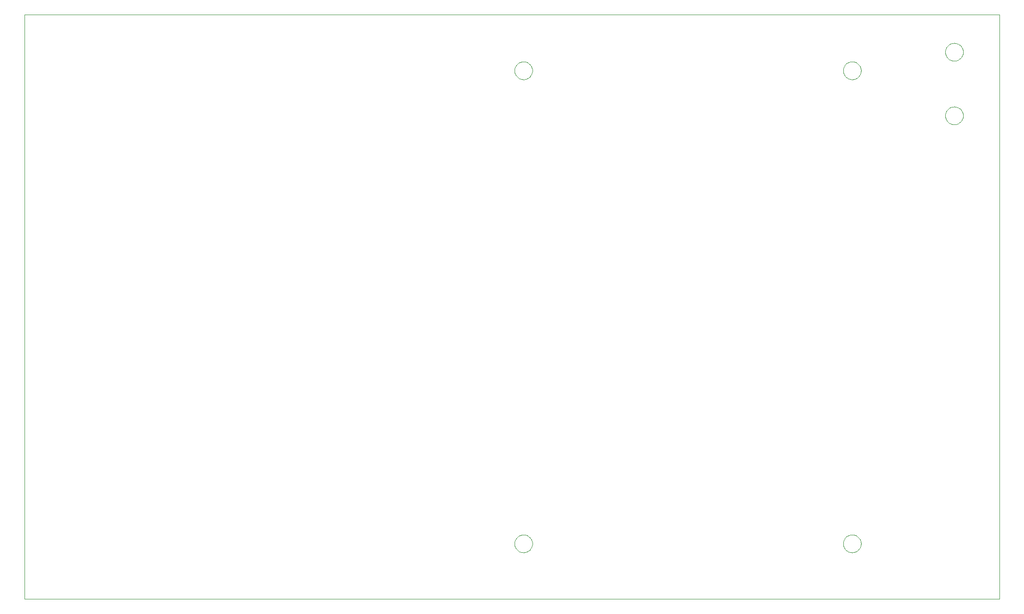
<source format=gko>
G75*
G70*
%OFA0B0*%
%FSLAX24Y24*%
%IPPOS*%
%LPD*%
%AMOC8*
5,1,8,0,0,1.08239X$1,22.5*
%
%ADD10C,0.0039*%
%ADD11C,0.0000*%
D10*
X012370Y005736D02*
X081268Y005736D01*
X081268Y047074D01*
X012370Y047074D01*
X012370Y005736D01*
D11*
X046989Y009661D02*
X046991Y009711D01*
X046997Y009761D01*
X047007Y009810D01*
X047021Y009858D01*
X047038Y009905D01*
X047059Y009950D01*
X047084Y009994D01*
X047112Y010035D01*
X047144Y010074D01*
X047178Y010111D01*
X047215Y010145D01*
X047255Y010175D01*
X047297Y010202D01*
X047341Y010226D01*
X047387Y010247D01*
X047434Y010263D01*
X047482Y010276D01*
X047532Y010285D01*
X047581Y010290D01*
X047632Y010291D01*
X047682Y010288D01*
X047731Y010281D01*
X047780Y010270D01*
X047828Y010255D01*
X047874Y010237D01*
X047919Y010215D01*
X047962Y010189D01*
X048003Y010160D01*
X048042Y010128D01*
X048078Y010093D01*
X048110Y010055D01*
X048140Y010015D01*
X048167Y009972D01*
X048190Y009928D01*
X048209Y009882D01*
X048225Y009834D01*
X048237Y009785D01*
X048245Y009736D01*
X048249Y009686D01*
X048249Y009636D01*
X048245Y009586D01*
X048237Y009537D01*
X048225Y009488D01*
X048209Y009440D01*
X048190Y009394D01*
X048167Y009350D01*
X048140Y009307D01*
X048110Y009267D01*
X048078Y009229D01*
X048042Y009194D01*
X048003Y009162D01*
X047962Y009133D01*
X047919Y009107D01*
X047874Y009085D01*
X047828Y009067D01*
X047780Y009052D01*
X047731Y009041D01*
X047682Y009034D01*
X047632Y009031D01*
X047581Y009032D01*
X047532Y009037D01*
X047482Y009046D01*
X047434Y009059D01*
X047387Y009075D01*
X047341Y009096D01*
X047297Y009120D01*
X047255Y009147D01*
X047215Y009177D01*
X047178Y009211D01*
X047144Y009248D01*
X047112Y009287D01*
X047084Y009328D01*
X047059Y009372D01*
X047038Y009417D01*
X047021Y009464D01*
X047007Y009512D01*
X046997Y009561D01*
X046991Y009611D01*
X046989Y009661D01*
X070217Y009661D02*
X070219Y009711D01*
X070225Y009761D01*
X070235Y009810D01*
X070249Y009858D01*
X070266Y009905D01*
X070287Y009950D01*
X070312Y009994D01*
X070340Y010035D01*
X070372Y010074D01*
X070406Y010111D01*
X070443Y010145D01*
X070483Y010175D01*
X070525Y010202D01*
X070569Y010226D01*
X070615Y010247D01*
X070662Y010263D01*
X070710Y010276D01*
X070760Y010285D01*
X070809Y010290D01*
X070860Y010291D01*
X070910Y010288D01*
X070959Y010281D01*
X071008Y010270D01*
X071056Y010255D01*
X071102Y010237D01*
X071147Y010215D01*
X071190Y010189D01*
X071231Y010160D01*
X071270Y010128D01*
X071306Y010093D01*
X071338Y010055D01*
X071368Y010015D01*
X071395Y009972D01*
X071418Y009928D01*
X071437Y009882D01*
X071453Y009834D01*
X071465Y009785D01*
X071473Y009736D01*
X071477Y009686D01*
X071477Y009636D01*
X071473Y009586D01*
X071465Y009537D01*
X071453Y009488D01*
X071437Y009440D01*
X071418Y009394D01*
X071395Y009350D01*
X071368Y009307D01*
X071338Y009267D01*
X071306Y009229D01*
X071270Y009194D01*
X071231Y009162D01*
X071190Y009133D01*
X071147Y009107D01*
X071102Y009085D01*
X071056Y009067D01*
X071008Y009052D01*
X070959Y009041D01*
X070910Y009034D01*
X070860Y009031D01*
X070809Y009032D01*
X070760Y009037D01*
X070710Y009046D01*
X070662Y009059D01*
X070615Y009075D01*
X070569Y009096D01*
X070525Y009120D01*
X070483Y009147D01*
X070443Y009177D01*
X070406Y009211D01*
X070372Y009248D01*
X070340Y009287D01*
X070312Y009328D01*
X070287Y009372D01*
X070266Y009417D01*
X070249Y009464D01*
X070235Y009512D01*
X070225Y009561D01*
X070219Y009611D01*
X070217Y009661D01*
X077429Y039936D02*
X077431Y039986D01*
X077437Y040036D01*
X077447Y040085D01*
X077461Y040133D01*
X077478Y040180D01*
X077499Y040225D01*
X077524Y040269D01*
X077552Y040310D01*
X077584Y040349D01*
X077618Y040386D01*
X077655Y040420D01*
X077695Y040450D01*
X077737Y040477D01*
X077781Y040501D01*
X077827Y040522D01*
X077874Y040538D01*
X077922Y040551D01*
X077972Y040560D01*
X078021Y040565D01*
X078072Y040566D01*
X078122Y040563D01*
X078171Y040556D01*
X078220Y040545D01*
X078268Y040530D01*
X078314Y040512D01*
X078359Y040490D01*
X078402Y040464D01*
X078443Y040435D01*
X078482Y040403D01*
X078518Y040368D01*
X078550Y040330D01*
X078580Y040290D01*
X078607Y040247D01*
X078630Y040203D01*
X078649Y040157D01*
X078665Y040109D01*
X078677Y040060D01*
X078685Y040011D01*
X078689Y039961D01*
X078689Y039911D01*
X078685Y039861D01*
X078677Y039812D01*
X078665Y039763D01*
X078649Y039715D01*
X078630Y039669D01*
X078607Y039625D01*
X078580Y039582D01*
X078550Y039542D01*
X078518Y039504D01*
X078482Y039469D01*
X078443Y039437D01*
X078402Y039408D01*
X078359Y039382D01*
X078314Y039360D01*
X078268Y039342D01*
X078220Y039327D01*
X078171Y039316D01*
X078122Y039309D01*
X078072Y039306D01*
X078021Y039307D01*
X077972Y039312D01*
X077922Y039321D01*
X077874Y039334D01*
X077827Y039350D01*
X077781Y039371D01*
X077737Y039395D01*
X077695Y039422D01*
X077655Y039452D01*
X077618Y039486D01*
X077584Y039523D01*
X077552Y039562D01*
X077524Y039603D01*
X077499Y039647D01*
X077478Y039692D01*
X077461Y039739D01*
X077447Y039787D01*
X077437Y039836D01*
X077431Y039886D01*
X077429Y039936D01*
X070217Y043125D02*
X070219Y043175D01*
X070225Y043225D01*
X070235Y043274D01*
X070249Y043322D01*
X070266Y043369D01*
X070287Y043414D01*
X070312Y043458D01*
X070340Y043499D01*
X070372Y043538D01*
X070406Y043575D01*
X070443Y043609D01*
X070483Y043639D01*
X070525Y043666D01*
X070569Y043690D01*
X070615Y043711D01*
X070662Y043727D01*
X070710Y043740D01*
X070760Y043749D01*
X070809Y043754D01*
X070860Y043755D01*
X070910Y043752D01*
X070959Y043745D01*
X071008Y043734D01*
X071056Y043719D01*
X071102Y043701D01*
X071147Y043679D01*
X071190Y043653D01*
X071231Y043624D01*
X071270Y043592D01*
X071306Y043557D01*
X071338Y043519D01*
X071368Y043479D01*
X071395Y043436D01*
X071418Y043392D01*
X071437Y043346D01*
X071453Y043298D01*
X071465Y043249D01*
X071473Y043200D01*
X071477Y043150D01*
X071477Y043100D01*
X071473Y043050D01*
X071465Y043001D01*
X071453Y042952D01*
X071437Y042904D01*
X071418Y042858D01*
X071395Y042814D01*
X071368Y042771D01*
X071338Y042731D01*
X071306Y042693D01*
X071270Y042658D01*
X071231Y042626D01*
X071190Y042597D01*
X071147Y042571D01*
X071102Y042549D01*
X071056Y042531D01*
X071008Y042516D01*
X070959Y042505D01*
X070910Y042498D01*
X070860Y042495D01*
X070809Y042496D01*
X070760Y042501D01*
X070710Y042510D01*
X070662Y042523D01*
X070615Y042539D01*
X070569Y042560D01*
X070525Y042584D01*
X070483Y042611D01*
X070443Y042641D01*
X070406Y042675D01*
X070372Y042712D01*
X070340Y042751D01*
X070312Y042792D01*
X070287Y042836D01*
X070266Y042881D01*
X070249Y042928D01*
X070235Y042976D01*
X070225Y043025D01*
X070219Y043075D01*
X070217Y043125D01*
X077429Y044436D02*
X077431Y044486D01*
X077437Y044536D01*
X077447Y044585D01*
X077461Y044633D01*
X077478Y044680D01*
X077499Y044725D01*
X077524Y044769D01*
X077552Y044810D01*
X077584Y044849D01*
X077618Y044886D01*
X077655Y044920D01*
X077695Y044950D01*
X077737Y044977D01*
X077781Y045001D01*
X077827Y045022D01*
X077874Y045038D01*
X077922Y045051D01*
X077972Y045060D01*
X078021Y045065D01*
X078072Y045066D01*
X078122Y045063D01*
X078171Y045056D01*
X078220Y045045D01*
X078268Y045030D01*
X078314Y045012D01*
X078359Y044990D01*
X078402Y044964D01*
X078443Y044935D01*
X078482Y044903D01*
X078518Y044868D01*
X078550Y044830D01*
X078580Y044790D01*
X078607Y044747D01*
X078630Y044703D01*
X078649Y044657D01*
X078665Y044609D01*
X078677Y044560D01*
X078685Y044511D01*
X078689Y044461D01*
X078689Y044411D01*
X078685Y044361D01*
X078677Y044312D01*
X078665Y044263D01*
X078649Y044215D01*
X078630Y044169D01*
X078607Y044125D01*
X078580Y044082D01*
X078550Y044042D01*
X078518Y044004D01*
X078482Y043969D01*
X078443Y043937D01*
X078402Y043908D01*
X078359Y043882D01*
X078314Y043860D01*
X078268Y043842D01*
X078220Y043827D01*
X078171Y043816D01*
X078122Y043809D01*
X078072Y043806D01*
X078021Y043807D01*
X077972Y043812D01*
X077922Y043821D01*
X077874Y043834D01*
X077827Y043850D01*
X077781Y043871D01*
X077737Y043895D01*
X077695Y043922D01*
X077655Y043952D01*
X077618Y043986D01*
X077584Y044023D01*
X077552Y044062D01*
X077524Y044103D01*
X077499Y044147D01*
X077478Y044192D01*
X077461Y044239D01*
X077447Y044287D01*
X077437Y044336D01*
X077431Y044386D01*
X077429Y044436D01*
X046989Y043125D02*
X046991Y043175D01*
X046997Y043225D01*
X047007Y043274D01*
X047021Y043322D01*
X047038Y043369D01*
X047059Y043414D01*
X047084Y043458D01*
X047112Y043499D01*
X047144Y043538D01*
X047178Y043575D01*
X047215Y043609D01*
X047255Y043639D01*
X047297Y043666D01*
X047341Y043690D01*
X047387Y043711D01*
X047434Y043727D01*
X047482Y043740D01*
X047532Y043749D01*
X047581Y043754D01*
X047632Y043755D01*
X047682Y043752D01*
X047731Y043745D01*
X047780Y043734D01*
X047828Y043719D01*
X047874Y043701D01*
X047919Y043679D01*
X047962Y043653D01*
X048003Y043624D01*
X048042Y043592D01*
X048078Y043557D01*
X048110Y043519D01*
X048140Y043479D01*
X048167Y043436D01*
X048190Y043392D01*
X048209Y043346D01*
X048225Y043298D01*
X048237Y043249D01*
X048245Y043200D01*
X048249Y043150D01*
X048249Y043100D01*
X048245Y043050D01*
X048237Y043001D01*
X048225Y042952D01*
X048209Y042904D01*
X048190Y042858D01*
X048167Y042814D01*
X048140Y042771D01*
X048110Y042731D01*
X048078Y042693D01*
X048042Y042658D01*
X048003Y042626D01*
X047962Y042597D01*
X047919Y042571D01*
X047874Y042549D01*
X047828Y042531D01*
X047780Y042516D01*
X047731Y042505D01*
X047682Y042498D01*
X047632Y042495D01*
X047581Y042496D01*
X047532Y042501D01*
X047482Y042510D01*
X047434Y042523D01*
X047387Y042539D01*
X047341Y042560D01*
X047297Y042584D01*
X047255Y042611D01*
X047215Y042641D01*
X047178Y042675D01*
X047144Y042712D01*
X047112Y042751D01*
X047084Y042792D01*
X047059Y042836D01*
X047038Y042881D01*
X047021Y042928D01*
X047007Y042976D01*
X046997Y043025D01*
X046991Y043075D01*
X046989Y043125D01*
M02*

</source>
